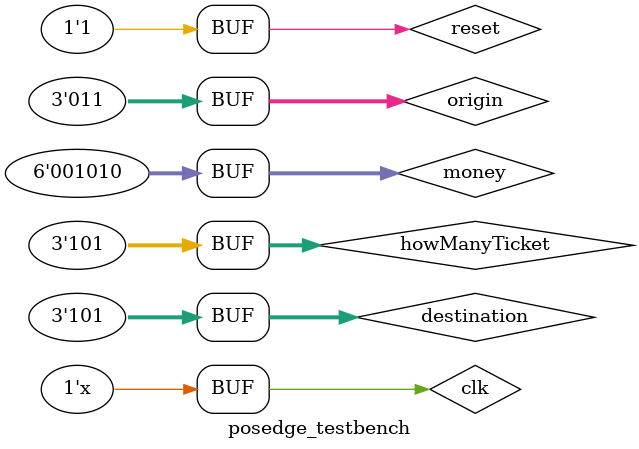
<source format=v>
module posedge_testbench() ;

reg clk, reset;
reg [2:0] howManyTicket,origin, destination ;
wire  [7:0] costOfticket, moneyTopay, totalMoney; 
reg [5:0] money;

parameter s0=2'b00; //state
parameter s1=2'b01;
parameter s2=2'b10;
parameter s3=2'b11;

sell s( clk, reset, howManyTicket,origin, destination, money, costOfticket, moneyTopay, totalMoney );

initial clk = 1'b0;
always #5 clk = ~clk;

initial begin
    // posedge 160ps
	// test1
		reset = 1 ;
	#10 reset = 0 ;
	    origin = 2 ;
	    destination = 5 ; // costOfTicket = 20	   
	#10 howManyTicket = 2 ; // 40元
	#10	money = 10 ; // totalMoney: 10, notEnoughMoney: 30
	#10 money = 10 ; // totalMoney: 20, notEnoughMoney: 20
	#10	reset = 1 ; // change(返還的錢): 20
	
	// test2
	#10	reset = 0 ;
	    origin = 1 ;
	    destination = 3 ; // costOfTicket = 15
	#10	reset = 1 ;
	
	// test3
	#10	reset = 0 ;
	    origin = 3 ;
	    destination = 5 ; // costOfTicket = 15	
	#10 howManyTicket = 5 ; // 75元
	#10	money = 50 ; // totalMoney: 50, notEnoughMoney: 25
	#10 money = 10 ; // totalMoney: 60, notEnoughMoney: 15
	#10 money = 5 ; // totalMoney: 65, notEnoughMoney: 10
	#10 money = 5 ; // totalMoney: 70, notEnoughMoney: 5
	#10 money = 10 ; // totalMoney: 80, notEnoughMoney: 0, change: 5, numOfTicket: 5
	#30	reset = 1 ;
end
endmodule
</source>
